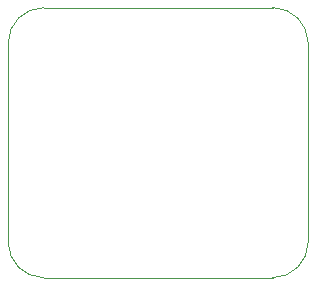
<source format=gbr>
%TF.GenerationSoftware,KiCad,Pcbnew,7.0.10-7.0.10~ubuntu22.04.1*%
%TF.CreationDate,2024-01-31T09:18:21+05:30*%
%TF.ProjectId,bir-bme280-rj11,6269722d-626d-4653-9238-302d726a3131,rev?*%
%TF.SameCoordinates,Original*%
%TF.FileFunction,Profile,NP*%
%FSLAX46Y46*%
G04 Gerber Fmt 4.6, Leading zero omitted, Abs format (unit mm)*
G04 Created by KiCad (PCBNEW 7.0.10-7.0.10~ubuntu22.04.1) date 2024-01-31 09:18:21*
%MOMM*%
%LPD*%
G01*
G04 APERTURE LIST*
%TA.AperFunction,Profile*%
%ADD10C,0.100000*%
%TD*%
G04 APERTURE END LIST*
D10*
X78740000Y-36020000D02*
G75*
G03*
X75740000Y-33020000I-3000000J0D01*
G01*
X53340000Y-52880000D02*
X53340000Y-36020000D01*
X56340000Y-33020000D02*
X75740000Y-33020000D01*
X53340000Y-52880000D02*
G75*
G03*
X56340000Y-55880000I3000000J0D01*
G01*
X78740000Y-36020000D02*
X78740000Y-52880000D01*
X75740000Y-55880000D02*
X56340000Y-55880000D01*
X56340000Y-33020000D02*
G75*
G03*
X53340000Y-36020000I0J-3000000D01*
G01*
X75740000Y-55880000D02*
G75*
G03*
X78740000Y-52880000I0J3000000D01*
G01*
M02*

</source>
